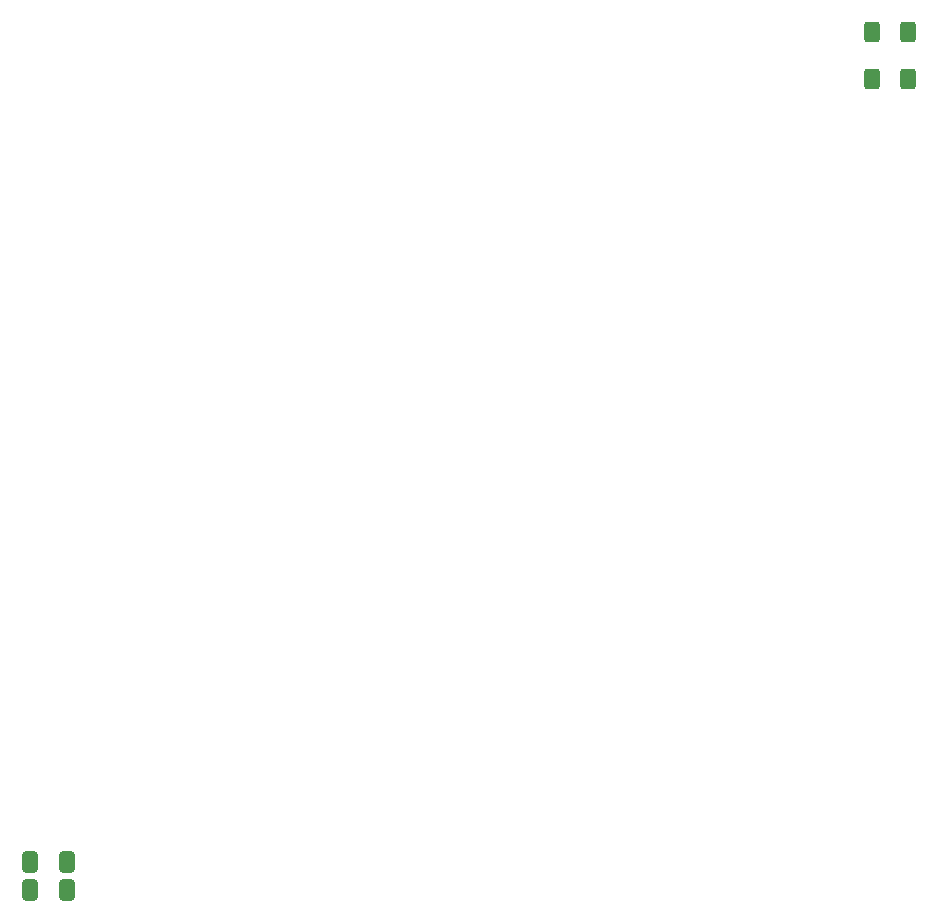
<source format=gbr>
%TF.GenerationSoftware,KiCad,Pcbnew,7.0.10*%
%TF.CreationDate,2024-02-21T03:28:03-08:00*%
%TF.ProjectId,b1,62312e6b-6963-4616-945f-706362585858,1*%
%TF.SameCoordinates,Original*%
%TF.FileFunction,Paste,Bot*%
%TF.FilePolarity,Positive*%
%FSLAX46Y46*%
G04 Gerber Fmt 4.6, Leading zero omitted, Abs format (unit mm)*
G04 Created by KiCad (PCBNEW 7.0.10) date 2024-02-21 03:28:03*
%MOMM*%
%LPD*%
G01*
G04 APERTURE LIST*
G04 Aperture macros list*
%AMRoundRect*
0 Rectangle with rounded corners*
0 $1 Rounding radius*
0 $2 $3 $4 $5 $6 $7 $8 $9 X,Y pos of 4 corners*
0 Add a 4 corners polygon primitive as box body*
4,1,4,$2,$3,$4,$5,$6,$7,$8,$9,$2,$3,0*
0 Add four circle primitives for the rounded corners*
1,1,$1+$1,$2,$3*
1,1,$1+$1,$4,$5*
1,1,$1+$1,$6,$7*
1,1,$1+$1,$8,$9*
0 Add four rect primitives between the rounded corners*
20,1,$1+$1,$2,$3,$4,$5,0*
20,1,$1+$1,$4,$5,$6,$7,0*
20,1,$1+$1,$6,$7,$8,$9,0*
20,1,$1+$1,$8,$9,$2,$3,0*%
G04 Aperture macros list end*
%ADD10RoundRect,0.250000X0.400000X0.625000X-0.400000X0.625000X-0.400000X-0.625000X0.400000X-0.625000X0*%
%ADD11RoundRect,0.250000X-0.400000X-0.625000X0.400000X-0.625000X0.400000X0.625000X-0.400000X0.625000X0*%
%ADD12RoundRect,0.250000X0.412500X0.650000X-0.412500X0.650000X-0.412500X-0.650000X0.412500X-0.650000X0*%
G04 APERTURE END LIST*
D10*
%TO.C,R5*%
X172287000Y-65278000D03*
X175387000Y-65278000D03*
%TD*%
D11*
%TO.C,R3*%
X172287000Y-61341000D03*
X175387000Y-61341000D03*
%TD*%
D12*
%TO.C,C29*%
X104178500Y-131572000D03*
X101053500Y-131572000D03*
%TD*%
%TO.C,C28*%
X104178500Y-133985000D03*
X101053500Y-133985000D03*
%TD*%
M02*

</source>
